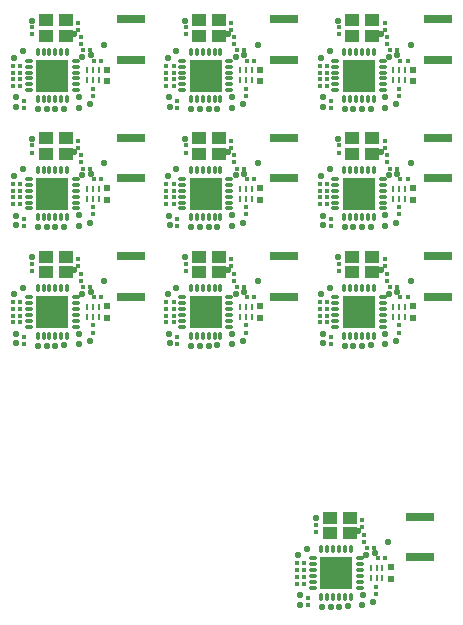
<source format=gts>
%FSLAX24Y24*%
%MOIN*%
G70*
G01*
G75*
G04 Layer_Color=8388736*
%ADD10R,0.0197X0.0197*%
%ADD11O,0.0295X0.0118*%
%ADD12O,0.0118X0.0295*%
%ADD13R,0.1102X0.1102*%
%ADD14R,0.0945X0.0295*%
%ADD15R,0.0098X0.0217*%
%ADD16R,0.0118X0.0118*%
%ADD17R,0.0118X0.0118*%
%ADD18R,0.0472X0.0394*%
%ADD19R,0.0472X0.0394*%
%ADD20C,0.0100*%
%ADD21C,0.0060*%
%ADD22C,0.0200*%
%ADD23C,0.0080*%
%ADD24C,0.0120*%
%ADD25C,0.0090*%
%ADD26C,0.0220*%
%ADD27C,0.0320*%
%ADD28R,0.0520X0.1100*%
%ADD29R,0.0390X0.1100*%
%ADD30R,0.0354X0.0315*%
%ADD31R,0.0197X0.0197*%
G04:AMPARAMS|DCode=32|XSize=7.9mil|YSize=23.6mil|CornerRadius=0mil|HoleSize=0mil|Usage=FLASHONLY|Rotation=180.000|XOffset=0mil|YOffset=0mil|HoleType=Round|Shape=Octagon|*
%AMOCTAGOND32*
4,1,8,0.0020,-0.0118,-0.0020,-0.0118,-0.0039,-0.0098,-0.0039,0.0098,-0.0020,0.0118,0.0020,0.0118,0.0039,0.0098,0.0039,-0.0098,0.0020,-0.0118,0.0*
%
%ADD32OCTAGOND32*%

%ADD33O,0.0079X0.0276*%
G04:AMPARAMS|DCode=34|XSize=7.9mil|YSize=23.6mil|CornerRadius=0mil|HoleSize=0mil|Usage=FLASHONLY|Rotation=270.000|XOffset=0mil|YOffset=0mil|HoleType=Round|Shape=Octagon|*
%AMOCTAGOND34*
4,1,8,0.0118,0.0020,0.0118,-0.0020,0.0098,-0.0039,-0.0098,-0.0039,-0.0118,-0.0020,-0.0118,0.0020,-0.0098,0.0039,0.0098,0.0039,0.0118,0.0020,0.0*
%
%ADD34OCTAGOND34*%

G04:AMPARAMS|DCode=35|XSize=7.9mil|YSize=27.6mil|CornerRadius=2mil|HoleSize=0mil|Usage=FLASHONLY|Rotation=270.000|XOffset=0mil|YOffset=0mil|HoleType=Round|Shape=RoundedRectangle|*
%AMROUNDEDRECTD35*
21,1,0.0079,0.0236,0,0,270.0*
21,1,0.0039,0.0276,0,0,270.0*
1,1,0.0039,-0.0118,-0.0020*
1,1,0.0039,-0.0118,0.0020*
1,1,0.0039,0.0118,0.0020*
1,1,0.0039,0.0118,-0.0020*
%
%ADD35ROUNDEDRECTD35*%
%ADD36O,0.0276X0.0079*%
%ADD37C,0.0140*%
D10*
X18460Y17213D02*
D03*
Y17607D02*
D03*
X9000Y26312D02*
D03*
Y25918D02*
D03*
X14110Y26312D02*
D03*
Y25918D02*
D03*
X19220Y26312D02*
D03*
Y25918D02*
D03*
X9000Y30252D02*
D03*
Y29858D02*
D03*
X14110Y30252D02*
D03*
Y29858D02*
D03*
X19220Y30252D02*
D03*
Y29858D02*
D03*
X9000Y34192D02*
D03*
Y33798D02*
D03*
X14110Y34192D02*
D03*
Y33798D02*
D03*
X19220Y34192D02*
D03*
Y33798D02*
D03*
D11*
X17437Y16918D02*
D03*
X15863Y17902D02*
D03*
X17437D02*
D03*
Y17705D02*
D03*
Y17508D02*
D03*
Y17312D02*
D03*
Y17115D02*
D03*
X15863Y16918D02*
D03*
Y17115D02*
D03*
Y17312D02*
D03*
Y17508D02*
D03*
Y17705D02*
D03*
X6402Y26410D02*
D03*
Y26213D02*
D03*
Y26017D02*
D03*
Y25820D02*
D03*
Y25623D02*
D03*
X7977Y25820D02*
D03*
Y26017D02*
D03*
Y26213D02*
D03*
Y26410D02*
D03*
Y26607D02*
D03*
X6402D02*
D03*
X7977Y25623D02*
D03*
X11512Y26410D02*
D03*
Y26213D02*
D03*
Y26017D02*
D03*
Y25820D02*
D03*
Y25623D02*
D03*
X13087Y25820D02*
D03*
Y26017D02*
D03*
Y26213D02*
D03*
Y26410D02*
D03*
Y26607D02*
D03*
X11512D02*
D03*
X13087Y25623D02*
D03*
X16622Y26410D02*
D03*
Y26213D02*
D03*
Y26017D02*
D03*
Y25820D02*
D03*
Y25623D02*
D03*
X18197Y25820D02*
D03*
Y26017D02*
D03*
Y26213D02*
D03*
Y26410D02*
D03*
Y26607D02*
D03*
X16622D02*
D03*
X18197Y25623D02*
D03*
X6402Y30350D02*
D03*
Y30153D02*
D03*
Y29957D02*
D03*
Y29760D02*
D03*
Y29563D02*
D03*
X7977Y29760D02*
D03*
Y29957D02*
D03*
Y30153D02*
D03*
Y30350D02*
D03*
Y30547D02*
D03*
X6402D02*
D03*
X7977Y29563D02*
D03*
X11512Y30350D02*
D03*
Y30153D02*
D03*
Y29957D02*
D03*
Y29760D02*
D03*
Y29563D02*
D03*
X13087Y29760D02*
D03*
Y29957D02*
D03*
Y30153D02*
D03*
Y30350D02*
D03*
Y30547D02*
D03*
X11512D02*
D03*
X13087Y29563D02*
D03*
X16622Y30350D02*
D03*
Y30153D02*
D03*
Y29957D02*
D03*
Y29760D02*
D03*
Y29563D02*
D03*
X18197Y29760D02*
D03*
Y29957D02*
D03*
Y30153D02*
D03*
Y30350D02*
D03*
Y30547D02*
D03*
X16622D02*
D03*
X18197Y29563D02*
D03*
X6402Y34290D02*
D03*
Y34093D02*
D03*
Y33897D02*
D03*
Y33700D02*
D03*
Y33503D02*
D03*
X7977Y33700D02*
D03*
Y33897D02*
D03*
Y34093D02*
D03*
Y34290D02*
D03*
Y34487D02*
D03*
X6402D02*
D03*
X7977Y33503D02*
D03*
X11512Y34290D02*
D03*
Y34093D02*
D03*
Y33897D02*
D03*
Y33700D02*
D03*
Y33503D02*
D03*
X13087Y33700D02*
D03*
Y33897D02*
D03*
Y34093D02*
D03*
Y34290D02*
D03*
Y34487D02*
D03*
X11512D02*
D03*
X13087Y33503D02*
D03*
X16622Y34290D02*
D03*
Y34093D02*
D03*
Y33897D02*
D03*
Y33700D02*
D03*
Y33503D02*
D03*
X18197Y33700D02*
D03*
Y33897D02*
D03*
Y34093D02*
D03*
Y34290D02*
D03*
Y34487D02*
D03*
X16622D02*
D03*
X18197Y33503D02*
D03*
D12*
X16158Y18197D02*
D03*
X17142Y16623D02*
D03*
X16945D02*
D03*
X16748D02*
D03*
X16552D02*
D03*
X16355D02*
D03*
Y18197D02*
D03*
X16552D02*
D03*
X16748D02*
D03*
X16945D02*
D03*
X17142D02*
D03*
X16158Y16623D02*
D03*
X6698Y25328D02*
D03*
X7682Y26902D02*
D03*
X7485D02*
D03*
X7288D02*
D03*
X7091D02*
D03*
X6895D02*
D03*
Y25328D02*
D03*
X7091D02*
D03*
X7288D02*
D03*
X7485D02*
D03*
X7682D02*
D03*
X6698Y26902D02*
D03*
X11808Y25328D02*
D03*
X12792Y26902D02*
D03*
X12595D02*
D03*
X12398D02*
D03*
X12201D02*
D03*
X12005D02*
D03*
Y25328D02*
D03*
X12201D02*
D03*
X12398D02*
D03*
X12595D02*
D03*
X12792D02*
D03*
X11808Y26902D02*
D03*
X16918Y25328D02*
D03*
X17902Y26902D02*
D03*
X17705D02*
D03*
X17508D02*
D03*
X17311D02*
D03*
X17115D02*
D03*
Y25328D02*
D03*
X17311D02*
D03*
X17508D02*
D03*
X17705D02*
D03*
X17902D02*
D03*
X16918Y26902D02*
D03*
X6698Y29268D02*
D03*
X7682Y30842D02*
D03*
X7485D02*
D03*
X7288D02*
D03*
X7091D02*
D03*
X6895D02*
D03*
Y29268D02*
D03*
X7091D02*
D03*
X7288D02*
D03*
X7485D02*
D03*
X7682D02*
D03*
X6698Y30842D02*
D03*
X11808Y29268D02*
D03*
X12792Y30842D02*
D03*
X12595D02*
D03*
X12398D02*
D03*
X12201D02*
D03*
X12005D02*
D03*
Y29268D02*
D03*
X12201D02*
D03*
X12398D02*
D03*
X12595D02*
D03*
X12792D02*
D03*
X11808Y30842D02*
D03*
X16918Y29268D02*
D03*
X17902Y30842D02*
D03*
X17705D02*
D03*
X17508D02*
D03*
X17311D02*
D03*
X17115D02*
D03*
Y29268D02*
D03*
X17311D02*
D03*
X17508D02*
D03*
X17705D02*
D03*
X17902D02*
D03*
X16918Y30842D02*
D03*
X6698Y33208D02*
D03*
X7682Y34782D02*
D03*
X7485D02*
D03*
X7288D02*
D03*
X7091D02*
D03*
X6895D02*
D03*
Y33208D02*
D03*
X7091D02*
D03*
X7288D02*
D03*
X7485D02*
D03*
X7682D02*
D03*
X6698Y34782D02*
D03*
X11808Y33208D02*
D03*
X12792Y34782D02*
D03*
X12595D02*
D03*
X12398D02*
D03*
X12201D02*
D03*
X12005D02*
D03*
Y33208D02*
D03*
X12201D02*
D03*
X12398D02*
D03*
X12595D02*
D03*
X12792D02*
D03*
X11808Y34782D02*
D03*
X16918Y33208D02*
D03*
X17902Y34782D02*
D03*
X17705D02*
D03*
X17508D02*
D03*
X17311D02*
D03*
X17115D02*
D03*
Y33208D02*
D03*
X17311D02*
D03*
X17508D02*
D03*
X17705D02*
D03*
X17902D02*
D03*
X16918Y34782D02*
D03*
D13*
X16650Y17410D02*
D03*
X7190Y26115D02*
D03*
X12300D02*
D03*
X17410D02*
D03*
X7190Y30055D02*
D03*
X12300D02*
D03*
X17410D02*
D03*
X7190Y33995D02*
D03*
X12300D02*
D03*
X17410D02*
D03*
D14*
X19430Y19288D02*
D03*
Y17930D02*
D03*
X9814Y26627D02*
D03*
Y27986D02*
D03*
X14924Y26627D02*
D03*
Y27986D02*
D03*
X20034Y26627D02*
D03*
Y27986D02*
D03*
X9814Y30567D02*
D03*
Y31926D02*
D03*
X14924Y30567D02*
D03*
Y31926D02*
D03*
X20034Y30567D02*
D03*
Y31926D02*
D03*
X9814Y34507D02*
D03*
Y35866D02*
D03*
X14924Y34507D02*
D03*
Y35866D02*
D03*
X20034Y34507D02*
D03*
Y35866D02*
D03*
D15*
X17796Y17245D02*
D03*
Y17580D02*
D03*
X17993Y17245D02*
D03*
X18190D02*
D03*
Y17580D02*
D03*
X17993D02*
D03*
X8533Y26285D02*
D03*
X8730D02*
D03*
Y25950D02*
D03*
X8533D02*
D03*
X8336Y26285D02*
D03*
Y25950D02*
D03*
X13643Y26285D02*
D03*
X13840D02*
D03*
Y25950D02*
D03*
X13643D02*
D03*
X13446Y26285D02*
D03*
Y25950D02*
D03*
X18753Y26285D02*
D03*
X18950D02*
D03*
Y25950D02*
D03*
X18753D02*
D03*
X18556Y26285D02*
D03*
Y25950D02*
D03*
X8533Y30225D02*
D03*
X8730D02*
D03*
Y29890D02*
D03*
X8533D02*
D03*
X8336Y30225D02*
D03*
Y29890D02*
D03*
X13643Y30225D02*
D03*
X13840D02*
D03*
Y29890D02*
D03*
X13643D02*
D03*
X13446Y30225D02*
D03*
Y29890D02*
D03*
X18753Y30225D02*
D03*
X18950D02*
D03*
Y29890D02*
D03*
X18753D02*
D03*
X18556Y30225D02*
D03*
Y29890D02*
D03*
X8533Y34165D02*
D03*
X8730D02*
D03*
Y33830D02*
D03*
X8533D02*
D03*
X8336Y34165D02*
D03*
Y33830D02*
D03*
X13643Y34165D02*
D03*
X13840D02*
D03*
Y33830D02*
D03*
X13643D02*
D03*
X13446Y34165D02*
D03*
Y33830D02*
D03*
X18753Y34165D02*
D03*
X18950D02*
D03*
Y33830D02*
D03*
X18753D02*
D03*
X18556Y34165D02*
D03*
Y33830D02*
D03*
D16*
X17500Y19168D02*
D03*
Y18932D02*
D03*
X15980Y19018D02*
D03*
Y18782D02*
D03*
X17590Y18688D02*
D03*
Y18452D02*
D03*
X17990Y16722D02*
D03*
Y16958D02*
D03*
X15700Y16332D02*
D03*
Y16568D02*
D03*
X6240Y25273D02*
D03*
Y25037D02*
D03*
X8530Y25663D02*
D03*
Y25427D02*
D03*
X8130Y27157D02*
D03*
Y27393D02*
D03*
X6520Y27487D02*
D03*
Y27723D02*
D03*
X8040Y27637D02*
D03*
Y27873D02*
D03*
X11350Y25273D02*
D03*
Y25037D02*
D03*
X13640Y25663D02*
D03*
Y25427D02*
D03*
X13240Y27157D02*
D03*
Y27393D02*
D03*
X11630Y27487D02*
D03*
Y27723D02*
D03*
X13150Y27637D02*
D03*
Y27873D02*
D03*
X16460Y25273D02*
D03*
Y25037D02*
D03*
X18750Y25663D02*
D03*
Y25427D02*
D03*
X18350Y27157D02*
D03*
Y27393D02*
D03*
X16740Y27487D02*
D03*
Y27723D02*
D03*
X18260Y27637D02*
D03*
Y27873D02*
D03*
X6240Y29213D02*
D03*
Y28977D02*
D03*
X8530Y29603D02*
D03*
Y29367D02*
D03*
X8130Y31097D02*
D03*
Y31333D02*
D03*
X6520Y31427D02*
D03*
Y31663D02*
D03*
X8040Y31577D02*
D03*
Y31813D02*
D03*
X11350Y29213D02*
D03*
Y28977D02*
D03*
X13640Y29603D02*
D03*
Y29367D02*
D03*
X13240Y31097D02*
D03*
Y31333D02*
D03*
X11630Y31427D02*
D03*
Y31663D02*
D03*
X13150Y31577D02*
D03*
Y31813D02*
D03*
X16460Y29213D02*
D03*
Y28977D02*
D03*
X18750Y29603D02*
D03*
Y29367D02*
D03*
X18350Y31097D02*
D03*
Y31333D02*
D03*
X16740Y31427D02*
D03*
Y31663D02*
D03*
X18260Y31577D02*
D03*
Y31813D02*
D03*
X6240Y33153D02*
D03*
Y32917D02*
D03*
X8530Y33543D02*
D03*
Y33307D02*
D03*
X8130Y35037D02*
D03*
Y35273D02*
D03*
X6520Y35367D02*
D03*
Y35603D02*
D03*
X8040Y35517D02*
D03*
Y35753D02*
D03*
X11350Y33153D02*
D03*
Y32917D02*
D03*
X13640Y33543D02*
D03*
Y33307D02*
D03*
X13240Y35037D02*
D03*
Y35273D02*
D03*
X11630Y35367D02*
D03*
Y35603D02*
D03*
X13150Y35517D02*
D03*
Y35753D02*
D03*
X16460Y33153D02*
D03*
Y32917D02*
D03*
X18750Y33543D02*
D03*
Y33307D02*
D03*
X18350Y35037D02*
D03*
Y35273D02*
D03*
X16740Y35367D02*
D03*
Y35603D02*
D03*
X18260Y35517D02*
D03*
Y35753D02*
D03*
D17*
X18266Y17910D02*
D03*
X18030D02*
D03*
X15342Y17730D02*
D03*
X15578D02*
D03*
Y17510D02*
D03*
X15342D02*
D03*
Y17290D02*
D03*
X15578D02*
D03*
X17918Y18250D02*
D03*
X17682D02*
D03*
X15578Y17060D02*
D03*
X15342D02*
D03*
X5882Y25765D02*
D03*
X6118D02*
D03*
X8222Y26955D02*
D03*
X8458D02*
D03*
X6118Y25995D02*
D03*
X5882D02*
D03*
Y26215D02*
D03*
X6118D02*
D03*
Y26435D02*
D03*
X5882D02*
D03*
X8570Y26615D02*
D03*
X8806D02*
D03*
X10992Y25765D02*
D03*
X11228D02*
D03*
X13332Y26955D02*
D03*
X13568D02*
D03*
X11228Y25995D02*
D03*
X10992D02*
D03*
Y26215D02*
D03*
X11228D02*
D03*
Y26435D02*
D03*
X10992D02*
D03*
X13680Y26615D02*
D03*
X13916D02*
D03*
X16102Y25765D02*
D03*
X16338D02*
D03*
X18442Y26955D02*
D03*
X18678D02*
D03*
X16338Y25995D02*
D03*
X16102D02*
D03*
Y26215D02*
D03*
X16338D02*
D03*
Y26435D02*
D03*
X16102D02*
D03*
X18790Y26615D02*
D03*
X19026D02*
D03*
X5882Y29705D02*
D03*
X6118D02*
D03*
X8222Y30895D02*
D03*
X8458D02*
D03*
X6118Y29935D02*
D03*
X5882D02*
D03*
Y30155D02*
D03*
X6118D02*
D03*
Y30375D02*
D03*
X5882D02*
D03*
X8570Y30555D02*
D03*
X8806D02*
D03*
X10992Y29705D02*
D03*
X11228D02*
D03*
X13332Y30895D02*
D03*
X13568D02*
D03*
X11228Y29935D02*
D03*
X10992D02*
D03*
Y30155D02*
D03*
X11228D02*
D03*
Y30375D02*
D03*
X10992D02*
D03*
X13680Y30555D02*
D03*
X13916D02*
D03*
X16102Y29705D02*
D03*
X16338D02*
D03*
X18442Y30895D02*
D03*
X18678D02*
D03*
X16338Y29935D02*
D03*
X16102D02*
D03*
Y30155D02*
D03*
X16338D02*
D03*
Y30375D02*
D03*
X16102D02*
D03*
X18790Y30555D02*
D03*
X19026D02*
D03*
X5882Y33645D02*
D03*
X6118D02*
D03*
X8222Y34835D02*
D03*
X8458D02*
D03*
X6118Y33875D02*
D03*
X5882D02*
D03*
Y34095D02*
D03*
X6118D02*
D03*
Y34315D02*
D03*
X5882D02*
D03*
X8570Y34495D02*
D03*
X8806D02*
D03*
X10992Y33645D02*
D03*
X11228D02*
D03*
X13332Y34835D02*
D03*
X13568D02*
D03*
X11228Y33875D02*
D03*
X10992D02*
D03*
Y34095D02*
D03*
X11228D02*
D03*
Y34315D02*
D03*
X10992D02*
D03*
X13680Y34495D02*
D03*
X13916D02*
D03*
X16102Y33645D02*
D03*
X16338D02*
D03*
X18442Y34835D02*
D03*
X18678D02*
D03*
X16338Y33875D02*
D03*
X16102D02*
D03*
Y34095D02*
D03*
X16338D02*
D03*
Y34315D02*
D03*
X16102D02*
D03*
X18790Y34495D02*
D03*
X19026D02*
D03*
D18*
X16430Y19252D02*
D03*
X17099D02*
D03*
Y18740D02*
D03*
X7639Y27445D02*
D03*
Y27957D02*
D03*
X6970D02*
D03*
X12749Y27445D02*
D03*
Y27957D02*
D03*
X12080D02*
D03*
X17859Y27445D02*
D03*
Y27957D02*
D03*
X17190D02*
D03*
X7639Y31385D02*
D03*
Y31897D02*
D03*
X6970D02*
D03*
X12749Y31385D02*
D03*
Y31897D02*
D03*
X12080D02*
D03*
X17859Y31385D02*
D03*
Y31897D02*
D03*
X17190D02*
D03*
X7639Y35325D02*
D03*
Y35837D02*
D03*
X6970D02*
D03*
X12749Y35325D02*
D03*
Y35837D02*
D03*
X12080D02*
D03*
X17859Y35325D02*
D03*
Y35837D02*
D03*
X17190D02*
D03*
D19*
X16430Y18740D02*
D03*
X6970Y27445D02*
D03*
X12080D02*
D03*
X17190D02*
D03*
X6970Y31385D02*
D03*
X12080D02*
D03*
X17190D02*
D03*
X6970Y35325D02*
D03*
X12080D02*
D03*
X17190D02*
D03*
D26*
X16464Y16288D02*
D03*
X16174Y16286D02*
D03*
X15960Y19240D02*
D03*
X15380Y18010D02*
D03*
X17380Y18800D02*
D03*
X15440Y16680D02*
D03*
X17890Y16450D02*
D03*
X15670Y18220D02*
D03*
X18380Y18430D02*
D03*
X17650Y18020D02*
D03*
X16740Y17100D02*
D03*
X16350Y17740D02*
D03*
X17530Y16690D02*
D03*
X17520Y16330D02*
D03*
X15450Y16360D02*
D03*
X16750Y16290D02*
D03*
X17040Y16300D02*
D03*
X17930Y18080D02*
D03*
X8470Y26785D02*
D03*
X7580Y25005D02*
D03*
X7290Y24995D02*
D03*
X5990Y25065D02*
D03*
X8060Y25035D02*
D03*
X8070Y25395D02*
D03*
X6890Y26445D02*
D03*
X7280Y25805D02*
D03*
X8190Y26725D02*
D03*
X8920Y27135D02*
D03*
X6210Y26925D02*
D03*
X8430Y25155D02*
D03*
X5980Y25385D02*
D03*
X7920Y27505D02*
D03*
X5920Y26715D02*
D03*
X6500Y27945D02*
D03*
X6714Y24991D02*
D03*
X7003Y24994D02*
D03*
X13580Y26785D02*
D03*
X12690Y25005D02*
D03*
X12400Y24995D02*
D03*
X11100Y25065D02*
D03*
X13170Y25035D02*
D03*
X13180Y25395D02*
D03*
X12000Y26445D02*
D03*
X12390Y25805D02*
D03*
X13300Y26725D02*
D03*
X14030Y27135D02*
D03*
X11320Y26925D02*
D03*
X13540Y25155D02*
D03*
X11090Y25385D02*
D03*
X13030Y27505D02*
D03*
X11030Y26715D02*
D03*
X11610Y27945D02*
D03*
X11824Y24991D02*
D03*
X12113Y24994D02*
D03*
X18690Y26785D02*
D03*
X17800Y25005D02*
D03*
X17510Y24995D02*
D03*
X16210Y25065D02*
D03*
X18280Y25035D02*
D03*
X18290Y25395D02*
D03*
X17110Y26445D02*
D03*
X17500Y25805D02*
D03*
X18410Y26725D02*
D03*
X19140Y27135D02*
D03*
X16430Y26925D02*
D03*
X18650Y25155D02*
D03*
X16200Y25385D02*
D03*
X18140Y27505D02*
D03*
X16140Y26715D02*
D03*
X16720Y27945D02*
D03*
X16934Y24991D02*
D03*
X17223Y24994D02*
D03*
X8470Y30725D02*
D03*
X7580Y28945D02*
D03*
X7290Y28935D02*
D03*
X5990Y29005D02*
D03*
X8060Y28975D02*
D03*
X8070Y29335D02*
D03*
X6890Y30385D02*
D03*
X7280Y29745D02*
D03*
X8190Y30665D02*
D03*
X8920Y31075D02*
D03*
X6210Y30865D02*
D03*
X8430Y29095D02*
D03*
X5980Y29325D02*
D03*
X7920Y31445D02*
D03*
X5920Y30655D02*
D03*
X6500Y31885D02*
D03*
X6714Y28931D02*
D03*
X7003Y28934D02*
D03*
X13580Y30725D02*
D03*
X12690Y28945D02*
D03*
X12400Y28935D02*
D03*
X11100Y29005D02*
D03*
X13170Y28975D02*
D03*
X13180Y29335D02*
D03*
X12000Y30385D02*
D03*
X12390Y29745D02*
D03*
X13300Y30665D02*
D03*
X14030Y31075D02*
D03*
X11320Y30865D02*
D03*
X13540Y29095D02*
D03*
X11090Y29325D02*
D03*
X13030Y31445D02*
D03*
X11030Y30655D02*
D03*
X11610Y31885D02*
D03*
X11824Y28931D02*
D03*
X12113Y28934D02*
D03*
X18690Y30725D02*
D03*
X17800Y28945D02*
D03*
X17510Y28935D02*
D03*
X16210Y29005D02*
D03*
X18280Y28975D02*
D03*
X18290Y29335D02*
D03*
X17110Y30385D02*
D03*
X17500Y29745D02*
D03*
X18410Y30665D02*
D03*
X19140Y31075D02*
D03*
X16430Y30865D02*
D03*
X18650Y29095D02*
D03*
X16200Y29325D02*
D03*
X18140Y31445D02*
D03*
X16140Y30655D02*
D03*
X16720Y31885D02*
D03*
X16934Y28931D02*
D03*
X17223Y28934D02*
D03*
X8470Y34665D02*
D03*
X7580Y32885D02*
D03*
X7290Y32875D02*
D03*
X5990Y32945D02*
D03*
X8060Y32915D02*
D03*
X8070Y33275D02*
D03*
X6890Y34325D02*
D03*
X7280Y33685D02*
D03*
X8190Y34605D02*
D03*
X8920Y35015D02*
D03*
X6210Y34805D02*
D03*
X8430Y33035D02*
D03*
X5980Y33265D02*
D03*
X7920Y35385D02*
D03*
X5920Y34595D02*
D03*
X6500Y35825D02*
D03*
X6714Y32871D02*
D03*
X7003Y32874D02*
D03*
X13580Y34665D02*
D03*
X12690Y32885D02*
D03*
X12400Y32875D02*
D03*
X11100Y32945D02*
D03*
X13170Y32915D02*
D03*
X13180Y33275D02*
D03*
X12000Y34325D02*
D03*
X12390Y33685D02*
D03*
X13300Y34605D02*
D03*
X14030Y35015D02*
D03*
X11320Y34805D02*
D03*
X13540Y33035D02*
D03*
X11090Y33265D02*
D03*
X13030Y35385D02*
D03*
X11030Y34595D02*
D03*
X11610Y35825D02*
D03*
X11824Y32871D02*
D03*
X12113Y32874D02*
D03*
X18690Y34665D02*
D03*
X17800Y32885D02*
D03*
X17510Y32875D02*
D03*
X16210Y32945D02*
D03*
X18280Y32915D02*
D03*
X18290Y33275D02*
D03*
X17110Y34325D02*
D03*
X17500Y33685D02*
D03*
X18410Y34605D02*
D03*
X19140Y35015D02*
D03*
X16430Y34805D02*
D03*
X18650Y33035D02*
D03*
X16200Y33265D02*
D03*
X18140Y35385D02*
D03*
X16140Y34595D02*
D03*
X16720Y35825D02*
D03*
X16934Y32871D02*
D03*
X17223Y32874D02*
D03*
M02*

</source>
